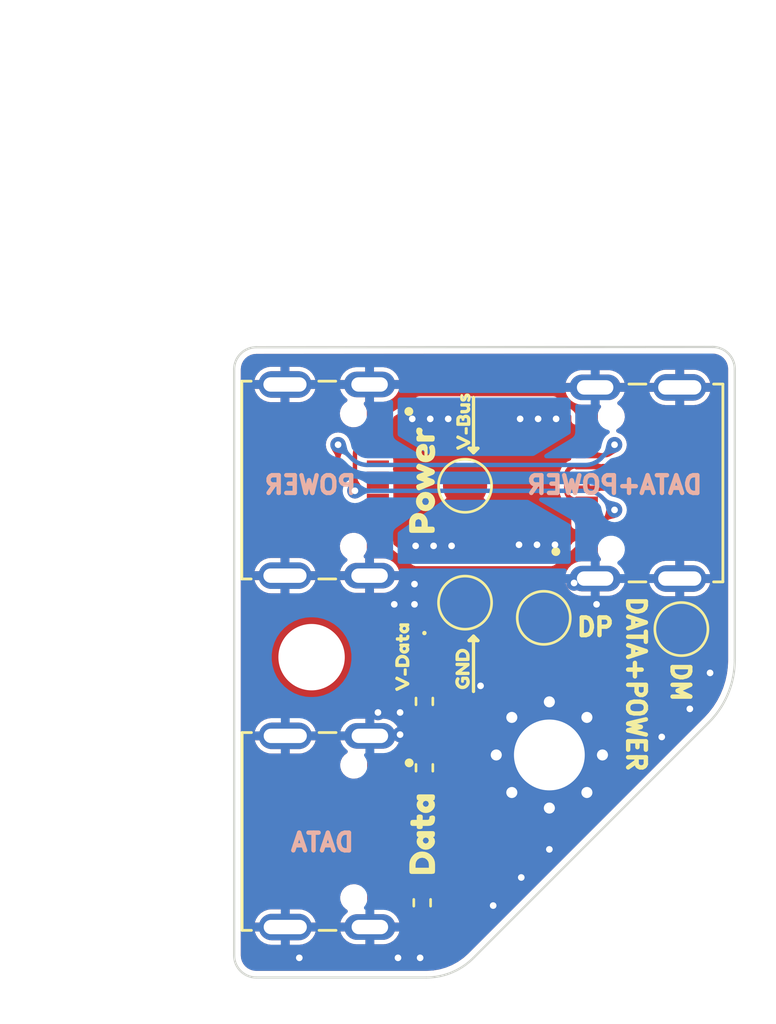
<source format=kicad_pcb>
(kicad_pcb (version 20221018) (generator pcbnew)
  (title_block (title "PD Buddy SMD") (date "2022-10-12") (rev "V0.1") (comment 4 "AISLER Project ID: BLITULCN"))
  (layers (0 "F.Cu" signal) (31 "B.Cu" signal) (34 "B.Paste" user) (35 "F.Paste" user) (36 "B.SilkS" user "B.Silkscreen") (37 "F.SilkS" user "F.Silkscreen") (38 "B.Mask" user) (39 "F.Mask" user) (44 "Edge.Cuts" user))
  (net 0 "")
  (net 1 "GND")
  (net 2 "Net-(D1-A)")
  (net 4 "VBUS")
  (net 11 "/D+")
  (net 12 "/D-")
  (net 13 "/CC1P")
  (net 14 "/CC2P")
  (net 15 "/CC1D")
  (net 16 "/CC2D")
  (net 18 "Net-(R3-Pad1)")
  (footprint "Resistor_SMD:R_0402_1005Metric" (layer "F.Cu") (at 165.1 91 90)
    (fp_text reference "R1" hide)
    (fp_text value "5.1k")
    (fp_line (start -0.153641 -0.38) (end 0.153641 -0.38) (stroke (width 0.12)) (layer "F.SilkS"))
    (fp_line (start -0.153641 0.38) (end 0.153641 0.38) (stroke (width 0.12)) (layer "F.SilkS"))
    (pad "1" smd roundrect (at -0.51 0 90) (size 0.54 0.64) (layers "F.Cu" "F.Paste" "F.Mask") (net 15 "/CC1D"))
    (pad "2" smd roundrect (at 0.51 0 90) (size 0.54 0.64) (layers "F.Cu" "F.Paste" "F.Mask") (net 1 "GND"))
  )
  (footprint "Resistor_SMD:R_0402_1005Metric" (layer "F.Cu") (at 165 97.1 90)
    (fp_text reference "R2" hide)
    (fp_text value "5.1k")
    (fp_line (start -0.153641 -0.38) (end 0.153641 -0.38) (stroke (width 0.12)) (layer "F.SilkS"))
    (fp_line (start -0.153641 0.38) (end 0.153641 0.38) (stroke (width 0.12)) (layer "F.SilkS"))
    (pad "1" smd roundrect (at -0.51 0 90) (size 0.54 0.64) (layers "F.Cu" "F.Paste" "F.Mask") (net 1 "GND"))
    (pad "2" smd roundrect (at 0.51 0 90) (size 0.54 0.64) (layers "F.Cu" "F.Paste" "F.Mask") (net 16 "/CC2D"))
  )
  (footprint "kibuzzard-63322190" (layer "F.Cu") (at 165 78 90)
    (fp_text reference "kibuzzard-63322190" hide)
    (fp_text value "G***" hide)
    (fp_poly (pts (xy 2.263775 0.022225) (xy 2.209006 0.009525) (xy 2.13995 -0.003175) (xy 2.059781 0.026988) (xy 2.022475 0.100013) (xy 2.022475 0.433388) (xy 2.020094 0.488156) (xy 2.005012 0.530225) (xy 1.96215 0.561181) (xy 1.881188 0.5715) (xy 1.77165 0.544513) (xy 1.743075 0.47625) (xy 1.743075 0.430213) (xy 1.743075 -0.127) (xy 1.745456 -0.181769) (xy 1.75895 -0.22225) (xy 1.801019 -0.254397) (xy 1.882775 -0.265113) (xy 1.960166 -0.255984) (xy 2.001838 -0.2286) (xy 2.0193 -0.176213) (xy 2.042319 -0.2032) (xy 2.106613 -0.246063) (xy 2.193131 -0.27305) (xy 2.255838 -0.269081) (xy 2.3114 -0.255588) (xy 2.361406 -0.223044) (xy 2.38125 -0.149225) (xy 2.351088 -0.0381) (xy 2.263775 0.022225)) (fill solid) (layer "F.SilkS"))
    (fp_poly (pts (xy -1.628775 0.149225) (xy -1.806575 -0.065088) (xy -1.760538 -0.169863) (xy -1.806575 -0.275431) (xy -1.901825 -0.31115) (xy -2.100263 -0.31115) (xy -2.100263 -0.030163) (xy -1.900238 -0.030163) (xy -1.806575 -0.065088) (xy -1.628775 0.149225) (xy -1.717675 0.205669) (xy -1.808692 0.239536) (xy -1.901825 0.250825) (xy -2.100263 0.250825) (xy -2.100263 0.430213) (xy -2.102644 0.484981) (xy -2.117725 0.52705) (xy -2.159794 0.559197) (xy -2.24155 0.569913) (xy -2.329656 0.555228) (xy -2.371725 0.511175) (xy -2.38125 0.428625) (xy -2.38125 -0.452438) (xy -2.378869 -0.507206) (xy -2.363788 -0.549275) (xy -2.321719 -0.581422) (xy -2.239963 -0.592138) (xy -1.900238 -0.592138) (xy -1.807986 -0.580849) (xy -1.717499 -0.546982) (xy -1.628775 -0.490538) (xy -1.569641 -0.432594) (xy -1.522413 -0.357188) (xy -1.491456 -0.268288) (xy -1.481138 -0.169863) (xy -1.491456 -0.071636) (xy -1.522413 0.016669) (xy -1.569641 0.09148) (xy -1.628775 0.149225)) (fill solid) (layer "F.SilkS"))
    (fp_poly (pts (xy -0.528638 0.1524) (xy -0.822722 0.217488) (xy -0.809625 0.149225) (xy -0.821928 0.081359) (xy -0.858838 0.033338) (xy -0.9652 -0.004763) (xy -1.071563 0.034925) (xy -1.108472 0.083939) (xy -1.120775 0.151606) (xy -1.108075 0.219075) (xy -1.069975 0.267494) (xy -0.966788 0.306388) (xy -0.862013 0.2667) (xy -0.822722 0.217488) (xy -0.528638 0.1524) (xy -0.545703 0.27682) (xy -0.5969 0.386556) (xy -0.672505 0.475456) (xy -0.762794 0.537369) (xy -0.862211 0.573683) (xy -0.9652 0.585788) (xy -1.068388 0.572889) (xy -1.1684 0.534194) (xy -1.259086 0.470297) (xy -1.334294 0.381794) (xy -1.384895 0.274439) (xy -1.401763 0.153988) (xy -1.386946 0.034396) (xy -1.342496 -0.070379) (xy -1.268413 -0.160338) (xy -1.175279 -0.229129) (xy -1.073679 -0.270404) (xy -0.963613 -0.284163) (xy -0.853722 -0.270492) (xy -0.752651 -0.229482) (xy -0.6604 -0.161131) (xy -0.587199 -0.071614) (xy -0.543278 0.032897) (xy -0.528638 0.1524)) (fill solid) (layer "F.SilkS"))
    (fp_poly (pts (xy 1.484313 0.244475) (xy 1.304925 0.100013) (xy 1.36525 0.049213) (xy 1.337469 -0.009525) (xy 1.258094 -0.03175) (xy 1.1557 0.010319) (xy 1.1049 0.100013) (xy 1.304925 0.100013) (xy 1.484313 0.244475) (xy 1.108075 0.244475) (xy 1.160463 0.319088) (xy 1.265238 0.34925) (xy 1.347391 0.344488) (xy 1.4097 0.3302) (xy 1.427163 0.32385) (xy 1.490663 0.306388) (xy 1.577975 0.377825) (xy 1.598613 0.45085) (xy 1.577479 0.512663) (xy 1.514078 0.556816) (xy 1.40841 0.583307) (xy 1.260475 0.592138) (xy 1.149548 0.582017) (xy 1.051719 0.551656) (xy 0.970558 0.504627) (xy 0.909638 0.4445) (xy 0.854075 0.355424) (xy 0.820738 0.259644) (xy 0.809625 0.157163) (xy 0.824001 0.03272) (xy 0.867128 -0.073907) (xy 0.939006 -0.162719) (xy 1.032404 -0.229306) (xy 1.14009 -0.269258) (xy 1.262063 -0.282575) (xy 1.365052 -0.272852) (xy 1.453356 -0.243681) (xy 1.526977 -0.195064) (xy 1.585913 -0.127) (xy 1.626394 -0.04068) (xy 1.639888 0.053181) (xy 1.627783 0.138113) (xy 1.591469 0.197644) (xy 1.484313 0.244475)) (fill solid) (layer "F.SilkS"))
    (fp_poly (pts (xy 0.644525 -0.258763) (xy 0.720725 -0.209153) (xy 0.746125 -0.149225) (xy 0.720725 -0.062706) (xy 0.677863 0.041275) (xy 0.503238 0.466725) (xy 0.471488 0.526256) (xy 0.423863 0.56515) (xy 0.363538 0.576263) (xy 0.292894 0.548481) (xy 0.24765 0.492125) (xy 0.23495 0.465138) (xy 0.218899 0.42351) (xy 0.187678 0.34096) (xy 0.141288 0.217488) (xy 0.121642 0.267692) (xy 0.094456 0.342106) (xy 0.054769 0.450056) (xy 0.043656 0.478631) (xy 0.030163 0.504825) (xy 0.004763 0.538163) (xy -0.08255 0.576263) (xy -0.1651 0.548481) (xy -0.20955 0.492125) (xy -0.449263 -0.092075) (xy -0.465138 -0.153988) (xy -0.442516 -0.210741) (xy -0.37465 -0.254) (xy -0.2921 -0.274638) (xy -0.240506 -0.261144) (xy -0.212725 -0.234156) (xy -0.200025 -0.206375) (xy -0.175507 -0.144992) (xy -0.137936 -0.045508) (xy -0.087313 0.092075) (xy 0.00635 -0.1651) (xy 0.041275 -0.220663) (xy 0.134938 -0.2667) (xy 0.216694 -0.2413) (xy 0.263525 -0.1905) (xy 0.276225 -0.163513) (xy 0.32191 -0.036513) (xy 0.353131 0.048154) (xy 0.369888 0.090488) (xy 0.466725 -0.173038) (xy 0.51435 -0.249238) (xy 0.581025 -0.274638) (xy 0.644525 -0.258763)) (fill solid) (layer "F.SilkS"))
  )
  (footprint "PD-Injector:JAE_DX07S016JA1R1500" (layer "F.Cu") (at 161.8965 77.996 -90)
    (fp_text reference "USB-C1" hide)
    (fp_text value "USB_C_Receptacle_USB2.0" hide)
    (fp_line (start -4.47 0.805) (end -4.47 1.57) (stroke (width 0.127)) (layer "F.SilkS"))
    (fp_line (start -4.47 5.05) (end -4.47 4.63) (stroke (width 0.127)) (layer "F.SilkS"))
    (fp_line (start 4.47 0.805) (end 4.47 1.57) (stroke (width 0.127)) (layer "F.SilkS"))
    (fp_line (start 4.47 4.63) (end 4.47 5.05) (stroke (width 0.127)) (layer "F.SilkS"))
    (fp_line (start 4.47 5.05) (end -4.47 5.05) (stroke (width 0.127)) (layer "F.SilkS"))
    (fp_circle (center -3.1 -2.5) (end -3 -2.5) (stroke (width 0.2)) (fill none) (layer "F.SilkS"))
    (pad "" np_thru_hole circle (at -3 0 270) (size 0.63 0.63) (drill 0.63) (layers "*.Cu" "*.Mask"))
    (pad "" np_thru_hole circle (at 3 0 270) (size 0.63 0.63) (drill 0.63) (layers "*.Cu" "*.Mask"))
    (pad "A1" smd rect (at -3.1 -1.1 270) (size 0.52 1) (layers "F.Cu" "F.Paste" "F.Mask") (net 1 "GND"))
    (pad "A1" smd rect (at 3.1 -1.1 270) (size 0.52 1) (layers "F.Cu" "F.Paste" "F.Mask") (net 1 "GND"))
    (pad "A4" smd rect (at -2.35 -1.1 270) (size 0.52 1) (layers "F.Cu" "F.Paste" "F.Mask") (net 4 "VBUS"))
    (pad "A4" smd rect (at 2.35 -1.1 270) (size 0.52 1) (layers "F.Cu" "F.Paste" "F.Mask") (net 4 "VBUS"))
    (pad "A5" smd rect (at -1.75 -1.1 270) (size 0.27 1) (layers "F.Cu" "F.Paste" "F.Mask") (net 13 "/CC1P"))
    (pad "A6" smd rect (at -0.25 -1.1 270) (size 0.27 1) (layers "F.Cu" "F.Paste" "F.Mask"))
    (pad "A7" smd rect (at 0.75 -1.1 270) (size 0.27 1) (layers "F.Cu" "F.Paste" "F.Mask"))
    (pad "A8" smd rect (at 1.75 -1.1 270) (size 0.27 1) (layers "F.Cu" "F.Paste" "F.Mask"))
    (pad "B5" smd rect (at 1.25 -1.1 270) (size 0.27 1) (layers "F.Cu" "F.Paste" "F.Mask") (net 14 "/CC2P"))
    (pad "B6" smd rect (at 0.25 -1.1 270) (size 0.27 1) (layers "F.Cu" "F.Paste" "F.Mask"))
    (pad "B7" smd rect (at -0.75 -1.1 270) (size 0.27 1) (layers "F.Cu" "F.Paste" "F.Mask"))
    (pad "B8" smd rect (at -1.25 -1.1 270) (size 0.27 1) (layers "F.Cu" "F.Paste" "F.Mask"))
    (pad "S1" thru_hole oval (at -4.32 -0.725 270) (size 1.158 2.316) (drill oval 0.65 1.65) (layers "*.Cu" "*.Mask") (net 1 "GND"))
    (pad "S1" thru_hole oval (at -4.32 3.1 270) (size 1.2 2.4) (drill oval 0.65 1.95) (layers "*.Cu" "*.Mask") (net 1 "GND"))
    (pad "S1" smd rect (at -1.4 3.1 270) (size 1 2) (layers "F.Cu" "F.Paste" "F.Mask") (net 1 "GND"))
    (pad "S1" smd rect (at 1.4 3.1 270) (size 1 2) (layers "F.Cu" "F.Paste" "F.Mask") (net 1 "GND"))
    (pad "S1" thru_hole oval (at 4.32 -0.725 270) (size 1.158 2.316) (drill oval 0.65 1.65) (layers "*.Cu" "*.Mask") (net 1 "GND"))
    (pad "S1" thru_hole oval (at 4.32 3.1 270) (size 1.2 2.4) (drill oval 0.65 1.95) (layers "*.Cu" "*.Mask") (net 1 "GND"))
  )
  (footprint "LED_SMD:LED_0402_1005Metric" (layer "F.Cu") (at 165.1 86 -90)
    (fp_text reference "D1" hide)
    (fp_text value "LED")
    (fp_circle (center -1.09 0) (end -1.04 0) (stroke (width 0.1)) (fill none) (layer "F.SilkS"))
    (pad "1" smd roundrect (at -0.485 0 270) (size 0.59 0.64) (layers "F.Cu" "F.Paste" "F.Mask") (net 1 "GND"))
    (pad "2" smd roundrect (at 0.485 0 270) (size 0.59 0.64) (layers "F.Cu" "F.Paste" "F.Mask") (net 2 "Net-(D1-A)"))
  )
  (footprint "Mounting_Holes:MountingHole_3.2mm_M3_Pad_Via" (layer "F.Cu") (at 170.748 90.4196)
    (fp_text reference "MK1")
    (fp_text value "M3")
    (pad "" thru_hole circle (at -2.4 0) (size 0.6 0.6) (drill 0.5) (layers "*.Cu" "*.Mask"))
    (pad "" thru_hole circle (at -1.697056 -1.697056) (size 0.6 0.6) (drill 0.5) (layers "*.Cu" "*.Mask"))
    (pad "" thru_hole circle (at -1.697056 1.697056) (size 0.6 0.6) (drill 0.5) (layers "*.Cu" "*.Mask"))
    (pad "" thru_hole circle (at 0 -2.4) (size 0.6 0.6) (drill 0.5) (layers "*.Cu" "*.Mask"))
    (pad "" thru_hole circle (at 0 2.4) (size 0.6 0.6) (drill 0.5) (layers "*.Cu" "*.Mask"))
    (pad "" thru_hole circle (at 1.697056 -1.697056) (size 0.6 0.6) (drill 0.5) (layers "*.Cu" "*.Mask"))
    (pad "" thru_hole circle (at 1.697056 1.697056) (size 0.6 0.6) (drill 0.5) (layers "*.Cu" "*.Mask"))
    (pad "" thru_hole circle (at 2.4 0) (size 0.6 0.6) (drill 0.5) (layers "*.Cu" "*.Mask"))
    (pad "1" thru_hole circle (at 0 0) (size 6.4 6.4) (drill 3.2) (layers "*.Cu" "*.Mask") (net 1 "GND"))
  )
  (footprint "TestPoint:TestPoint_Pad_D2.0mm" (layer "F.Cu") (at 166.938 78.253)
    (fp_text reference "TP1" hide)
    (fp_text value "TestPoint")
    (fp_circle (center 0 0) (end 0 1.2) (stroke (width 0.12)) (fill none) (layer "F.SilkS"))
    (pad "1" smd circle (at 0 0) (size 2 2) (layers "F.Cu" "F.Mask") (net 4 "VBUS"))
  )
  (footprint "kibuzzard-6334B7AE" (layer "F.Cu") (at 164.1 86 90)
    (fp_text reference "kibuzzard-6334B7AE" hide)
    (fp_text value "G***" hide)
    (fp_poly (pts (xy -0.567531 0.201255) (xy -0.775335 0.201255) (xy -0.814407 0.193834) (xy -0.833834 0.171569) (xy -0.8382 0.131405) (xy -0.832961 0.092115) (xy -0.816372 0.07116) (xy -0.774462 0.063302) (xy -0.566658 0.063302) (xy -0.527804 0.070505) (xy -0.509032 0.092115) (xy -0.503793 0.132278) (xy -0.508595 0.172006) (xy -0.523875 0.193397) (xy -0.567531 0.201255)) (fill solid) (layer "F.SilkS"))
    (fp_poly (pts (xy -0.924639 -0.307777) (xy -0.886004 -0.281146) (xy -0.873125 -0.251897) (xy -0.886222 -0.209987) (xy -1.127204 0.278963) (xy -1.156454 0.309959) (xy -1.197054 0.321747) (xy -1.205786 0.321747) (xy -1.247259 0.309959) (xy -1.276509 0.278963) (xy -1.517491 -0.209987) (xy -1.530588 -0.251897) (xy -1.51771 -0.281146) (xy -1.479074 -0.307777) (xy -1.434981 -0.32262) (xy -1.411843 -0.319127) (xy -1.397 -0.306903) (xy -1.382593 -0.283766) (xy -1.370915 -0.259318) (xy -1.348978 -0.211296) (xy -1.320929 -0.149632) (xy -1.290915 -0.084257) (xy -1.260793 -0.018881) (xy -1.232416 0.042783) (xy -1.210915 0.089386) (xy -1.20142 0.109577) (xy -1.026795 -0.272852) (xy -1.014571 -0.299045) (xy -0.976154 -0.32262) (xy -0.924639 -0.307777)) (fill solid) (layer "F.SilkS"))
    (fp_poly (pts (xy -0.369332 -0.318254) (xy -0.208677 -0.162838) (xy -0.292497 -0.162838) (xy -0.292497 0.167203) (xy -0.207804 0.167203) (xy -0.147995 0.155525) (xy -0.094298 0.120491) (xy -0.056317 0.067776) (xy -0.043656 0.003056) (xy -0.055989 -0.061883) (xy -0.092988 -0.115253) (xy -0.146576 -0.150941) (xy -0.208677 -0.162838) (xy -0.369332 -0.318254) (xy -0.207804 -0.317381) (xy -0.146412 -0.311678) (xy -0.08884 -0.294571) (xy -0.035089 -0.266058) (xy 0.014843 -0.226139) (xy 0.056862 -0.177899) (xy 0.086876 -0.12442) (xy 0.104884 -0.065703) (xy 0.110887 -0.001746) (xy 0.105021 0.062456) (xy 0.087422 0.12191) (xy 0.05809 0.176617) (xy 0.017026 0.226576) (xy -0.032387 0.268213) (xy -0.086767 0.297954) (xy -0.146112 0.315798) (xy -0.210423 0.321747) (xy -0.370205 0.321747) (xy -0.413425 0.31629) (xy -0.436563 0.299918) (xy -0.44704 0.244038) (xy -0.44704 -0.241419) (xy -0.44573 -0.271978) (xy -0.437436 -0.29468) (xy -0.414298 -0.31236) (xy -0.369332 -0.318254)) (fill solid) (layer "F.SilkS"))
    (fp_poly (pts (xy 0.466249 -0.088622) (xy 0.384612 0.01528) (xy 0.328732 0.039727) (xy 0.30734 0.092988) (xy 0.330041 0.144939) (xy 0.385048 0.168077) (xy 0.438745 0.144502) (xy 0.460137 0.092551) (xy 0.439618 0.039727) (xy 0.384612 0.01528) (xy 0.466249 -0.088622) (xy 0.486112 -0.125293) (xy 0.535226 -0.137517) (xy 0.585867 -0.132278) (xy 0.609005 -0.113943) (xy 0.616863 -0.090805) (xy 0.618173 -0.060682) (xy 0.618173 0.244912) (xy 0.616863 0.275034) (xy 0.609441 0.298172) (xy 0.588377 0.315198) (xy 0.549632 0.320873) (xy 0.485894 0.309086) (xy 0.467122 0.274598) (xy 0.424011 0.309305) (xy 0.359291 0.320873) (xy 0.310153 0.313209) (xy 0.263441 0.290217) (xy 0.219154 0.251897) (xy 0.183259 0.203438) (xy 0.161722 0.150032) (xy 0.154543 0.091678) (xy 0.161771 0.033373) (xy 0.183453 -0.019888) (xy 0.219591 -0.068104) (xy 0.264363 -0.106182) (xy 0.311948 -0.129028) (xy 0.362347 -0.136644) (xy 0.416481 -0.126167) (xy 0.450533 -0.106521) (xy 0.466249 -0.088622)) (fill solid) (layer "F.SilkS"))
    (fp_poly (pts (xy 1.378664 -0.088622) (xy 1.297027 0.01528) (xy 1.241147 0.039727) (xy 1.219756 0.092988) (xy 1.242457 0.144939) (xy 1.297464 0.168077) (xy 1.351161 0.144502) (xy 1.372553 0.092551) (xy 1.352034 0.039727) (xy 1.297027 0.01528) (xy 1.378664 -0.088622) (xy 1.398528 -0.125293) (xy 1.447641 -0.137517) (xy 1.498283 -0.132278) (xy 1.52142 -0.113943) (xy 1.529278 -0.090805) (xy 1.530588 -0.060682) (xy 1.530588 0.244912) (xy 1.529278 0.275034) (xy 1.521857 0.298172) (xy 1.500793 0.315198) (xy 1.462048 0.320873) (xy 1.39831 0.309086) (xy 1.379538 0.274598) (xy 1.336427 0.309305) (xy 1.271707 0.320873) (xy 1.222569 0.313209) (xy 1.175857 0.290217) (xy 1.13157 0.251897) (xy 1.095675 0.203438) (xy 1.074138 0.150032) (xy 1.066959 0.091678) (xy 1.074186 0.033373) (xy 1.095869 -0.019888) (xy 1.132007 -0.068104) (xy 1.176778 -0.106182) (xy 1.224364 -0.129028) (xy 1.274763 -0.136644) (xy 1.328896 -0.126167) (xy 1.362948 -0.106521) (xy 1.378664 -0.088622)) (fill solid) (layer "F.SilkS"))
    (fp_poly (pts (xy 0.955199 0.017026) (xy 0.898446 0.013533) (xy 0.898446 0.134025) (xy 0.905867 0.168077) (xy 0.933807 0.178554) (xy 0.96524 0.179864) (xy 0.988378 0.188158) (xy 1.008459 0.246658) (xy 1.002348 0.290969) (xy 0.984012 0.313888) (xy 0.960874 0.32131) (xy 0.931624 0.32262) (xy 0.875938 0.31806) (xy 0.829954 0.304381) (xy 0.793671 0.281583) (xy 0.767477 0.247919) (xy 0.751761 0.201643) (xy 0.746522 0.142756) (xy 0.746522 0.013533) (xy 0.710724 0.016153) (xy 0.678855 0.00131) (xy 0.666194 -0.049332) (xy 0.67056 -0.101283) (xy 0.682784 -0.12442) (xy 0.717709 -0.135771) (xy 0.746522 -0.132278) (xy 0.746522 -0.22221) (xy 0.747832 -0.251897) (xy 0.756126 -0.272852) (xy 0.778609 -0.289223) (xy 0.823357 -0.29468) (xy 0.870724 -0.286603) (xy 0.89408 -0.262374) (xy 0.898446 -0.217845) (xy 0.898446 -0.132278) (xy 0.956508 -0.135771) (xy 0.986195 -0.134461) (xy 1.009333 -0.126167) (xy 1.026358 -0.103684) (xy 1.032034 -0.058936) (xy 1.02614 -0.014625) (xy 1.008459 0.008295) (xy 0.985322 0.015716) (xy 0.955199 0.017026)) (fill solid) (layer "F.SilkS"))
  )
  (footprint "kibuzzard-6334B838" (layer "F.Cu") (at 166.8618 75.3574 90)
    (fp_text reference "kibuzzard-6334B838" hide)
    (fp_text value "G***" hide)
    (fp_poly (pts (xy -0.310396 0.197326) (xy -0.5182 0.197326) (xy -0.557272 0.189905) (xy -0.576699 0.16764) (xy -0.581065 0.127476) (xy -0.575826 0.088186) (xy -0.559237 0.067231) (xy -0.517327 0.059373) (xy -0.309523 0.059373) (xy -0.270669 0.066576) (xy -0.251897 0.088186) (xy -0.246658 0.128349) (xy -0.25146 0.168077) (xy -0.26674 0.189468) (xy -0.310396 0.197326)) (fill solid) (layer "F.SilkS"))
    (fp_poly (pts (xy -0.667504 -0.311706) (xy -0.628868 -0.285075) (xy -0.61599 -0.255826) (xy -0.629087 -0.213916) (xy -0.870069 0.275034) (xy -0.899319 0.30603) (xy -0.939919 0.317818) (xy -0.94865 0.317818) (xy -0.990124 0.30603) (xy -1.019373 0.275034) (xy -1.260356 -0.213916) (xy -1.273453 -0.255826) (xy -1.260574 -0.285075) (xy -1.221938 -0.311706) (xy -1.177846 -0.326549) (xy -1.154708 -0.323056) (xy -1.139865 -0.310833) (xy -1.125458 -0.287695) (xy -1.11378 -0.263247) (xy -1.091843 -0.215225) (xy -1.063794 -0.153561) (xy -1.03378 -0.088186) (xy -1.003657 -0.02281) (xy -0.975281 0.038854) (xy -0.95378 0.085457) (xy -0.944285 0.105648) (xy -0.76966 -0.276781) (xy -0.757436 -0.302974) (xy -0.719018 -0.326549) (xy -0.667504 -0.311706)) (fill solid) (layer "F.SilkS"))
    (fp_poly (pts (xy 0.578445 0.316944) (xy 0.523002 0.309523) (xy 0.474252 0.287258) (xy 0.432197 0.25015) (xy 0.39994 0.202371) (xy 0.380585 0.148092) (xy 0.374134 0.087313) (xy 0.374134 -0.065484) (xy 0.375444 -0.096044) (xy 0.382865 -0.118745) (xy 0.406003 -0.136426) (xy 0.450969 -0.142319) (xy 0.499428 -0.134025) (xy 0.522565 -0.109141) (xy 0.527804 -0.064611) (xy 0.527804 0.088186) (xy 0.548323 0.144066) (xy 0.603329 0.164148) (xy 0.659209 0.143193) (xy 0.680601 0.088186) (xy 0.680601 -0.066358) (xy 0.681911 -0.09648) (xy 0.690205 -0.119618) (xy 0.712688 -0.136644) (xy 0.757436 -0.142319) (xy 0.801747 -0.136426) (xy 0.824667 -0.118745) (xy 0.832088 -0.095607) (xy 0.833398 -0.065484) (xy 0.833398 0.243602) (xy 0.832088 0.272852) (xy 0.823793 0.295116) (xy 0.800437 0.312142) (xy 0.756563 0.317818) (xy 0.713561 0.312579) (xy 0.691078 0.296863) (xy 0.682347 0.261064) (xy 0.666631 0.278527) (xy 0.643057 0.297736) (xy 0.578445 0.316944)) (fill solid) (layer "F.SilkS"))
    (fp_poly (pts (xy 0.90674 0.277654) (xy 0.890151 0.244475) (xy 0.898446 0.21588) (xy 0.92333 0.175498) (xy 0.954326 0.160655) (xy 1.012388 0.182047) (xy 1.078746 0.203438) (xy 1.118691 0.198199) (xy 1.132007 0.182483) (xy 1.117382 0.168077) (xy 1.073507 0.158036) (xy 1.018719 0.143847) (xy 0.964367 0.116999) (xy 0.922457 0.067667) (xy 0.910015 0.030887) (xy 0.905867 -0.012224) (xy 0.913446 -0.061887) (xy 0.936182 -0.100514) (xy 0.974076 -0.128105) (xy 1.027127 -0.144659) (xy 1.095335 -0.150178) (xy 1.1582 -0.142756) (xy 1.222812 -0.120491) (xy 1.253371 -0.085566) (xy 1.234162 -0.034052) (xy 1.194872 -0.003493) (xy 1.156018 -0.016589) (xy 1.094462 -0.029686) (xy 1.042948 -0.010478) (xy 1.057791 0.011132) (xy 1.10232 0.023574) (xy 1.159073 0.034925) (xy 1.21408 0.056753) (xy 1.256427 0.0991) (xy 1.269196 0.133042) (xy 1.273453 0.174625) (xy 1.269196 0.216644) (xy 1.256427 0.251897) (xy 1.208842 0.299482) (xy 1.168435 0.314519) (xy 1.121723 0.323541) (xy 1.068705 0.326549) (xy 1.013262 0.321116) (xy 0.959273 0.304818) (xy 0.90674 0.277654)) (fill solid) (layer "F.SilkS"))
    (fp_poly (pts (xy 0.265867 -0.024448) (xy 0.162838 0.103902) (xy 0.158036 0.070723) (xy 0.141883 0.053261) (xy 0.092988 0.046276) (xy 0.045839 0.034052) (xy 0.030123 -0.016153) (xy 0.046276 -0.066358) (xy 0.099973 -0.078581) (xy 0.141883 -0.096917) (xy 0.144502 -0.128349) (xy 0.130096 -0.158909) (xy 0.086876 -0.16764) (xy -0.035362 -0.16764) (xy -0.035362 0.163274) (xy 0.107831 0.163274) (xy 0.149086 0.148431) (xy 0.162838 0.103902) (xy 0.265867 -0.024448) (xy 0.294486 0.017948) (xy 0.311657 0.063641) (xy 0.317381 0.112633) (xy 0.309959 0.167689) (xy 0.290023 0.216438) (xy 0.257572 0.258882) (xy 0.216098 0.291624) (xy 0.169095 0.311269) (xy 0.116562 0.317818) (xy -0.11307 0.317818) (xy -0.161528 0.309523) (xy -0.184666 0.284639) (xy -0.189905 0.239236) (xy -0.189905 -0.245348) (xy -0.188595 -0.275908) (xy -0.1803 -0.298609) (xy -0.157163 -0.31629) (xy -0.112197 -0.322183) (xy 0.107831 -0.322183) (xy 0.158472 -0.315974) (xy 0.203293 -0.297348) (xy 0.242292 -0.266303) (xy 0.273822 -0.225945) (xy 0.292739 -0.180543) (xy 0.299045 -0.130096) (xy 0.290751 -0.07487) (xy 0.265867 -0.024448)) (fill solid) (layer "F.SilkS"))
  )
  (footprint "kibuzzard-63322175" (layer "F.Cu") (at 165 94 90)
    (fp_text reference "kibuzzard-63322175" hide)
    (fp_text value "G***" hide)
    (fp_poly (pts (xy -1.656556 -0.582613) (xy -1.364456 -0.300038) (xy -1.516856 -0.300038) (xy -1.516856 0.300038) (xy -1.362869 0.300038) (xy -1.254125 0.278805) (xy -1.156494 0.215106) (xy -1.087438 0.119261) (xy -1.064419 0.001588) (xy -1.086842 -0.116483) (xy -1.154113 -0.213519) (xy -1.251545 -0.278408) (xy -1.364456 -0.300038) (xy -1.656556 -0.582613) (xy -1.362869 -0.581025) (xy -1.251248 -0.570657) (xy -1.146572 -0.539552) (xy -1.048841 -0.48771) (xy -0.958056 -0.415131) (xy -0.881658 -0.327422) (xy -0.827088 -0.230188) (xy -0.794345 -0.123428) (xy -0.783431 -0.007144) (xy -0.794097 0.109587) (xy -0.826095 0.217686) (xy -0.879425 0.317153) (xy -0.954088 0.407988) (xy -1.04393 0.483691) (xy -1.142802 0.537766) (xy -1.250702 0.57021) (xy -1.367631 0.581025) (xy -1.658144 0.581025) (xy -1.736725 0.571103) (xy -1.778794 0.541338) (xy -1.797844 0.439738) (xy -1.797844 -0.442913) (xy -1.795463 -0.498475) (xy -1.780381 -0.53975) (xy -1.738313 -0.571897) (xy -1.656556 -0.582613)) (fill solid) (layer "F.SilkS"))
    (fp_poly (pts (xy -0.137319 -0.1651) (xy -0.28575 0.023813) (xy -0.38735 0.068263) (xy -0.426244 0.1651) (xy -0.384969 0.259556) (xy -0.284956 0.301625) (xy -0.187325 0.258763) (xy -0.148431 0.164306) (xy -0.185738 0.068263) (xy -0.28575 0.023813) (xy -0.137319 -0.1651) (xy -0.101203 -0.231775) (xy -0.011906 -0.254) (xy 0.080169 -0.244475) (xy 0.122238 -0.211138) (xy 0.136525 -0.169069) (xy 0.138906 -0.1143) (xy 0.138906 0.441325) (xy 0.136525 0.496094) (xy 0.123031 0.538163) (xy 0.084733 0.569119) (xy 0.014288 0.579438) (xy -0.1016 0.558006) (xy -0.135731 0.4953) (xy -0.214114 0.558403) (xy -0.331788 0.579438) (xy -0.421128 0.565503) (xy -0.50606 0.523699) (xy -0.586581 0.454025) (xy -0.651845 0.365919) (xy -0.691003 0.268817) (xy -0.704056 0.162719) (xy -0.690915 0.056709) (xy -0.651492 -0.040128) (xy -0.585788 -0.127794) (xy -0.504384 -0.197026) (xy -0.417865 -0.238566) (xy -0.326231 -0.252412) (xy -0.227806 -0.233363) (xy -0.165894 -0.197644) (xy -0.137319 -0.1651)) (fill solid) (layer "F.SilkS"))
    (fp_poly (pts (xy 1.521619 -0.1651) (xy 1.373188 0.023813) (xy 1.271588 0.068263) (xy 1.232694 0.1651) (xy 1.273969 0.259556) (xy 1.373981 0.301625) (xy 1.471613 0.258763) (xy 1.510506 0.164306) (xy 1.4732 0.068263) (xy 1.373188 0.023813) (xy 1.521619 -0.1651) (xy 1.557734 -0.231775) (xy 1.647031 -0.254) (xy 1.739106 -0.244475) (xy 1.781175 -0.211138) (xy 1.795463 -0.169069) (xy 1.797844 -0.1143) (xy 1.797844 0.441325) (xy 1.795463 0.496094) (xy 1.781969 0.538163) (xy 1.74367 0.569119) (xy 1.673225 0.579438) (xy 1.557338 0.558006) (xy 1.523206 0.4953) (xy 1.444823 0.558403) (xy 1.32715 0.579438) (xy 1.237809 0.565503) (xy 1.152878 0.523699) (xy 1.072356 0.454025) (xy 1.007092 0.365919) (xy 0.967934 0.268817) (xy 0.954881 0.162719) (xy 0.968022 0.056709) (xy 1.007445 -0.040128) (xy 1.07315 -0.127794) (xy 1.154553 -0.197026) (xy 1.241072 -0.238566) (xy 1.332706 -0.252412) (xy 1.431131 -0.233363) (xy 1.493044 -0.197644) (xy 1.521619 -0.1651)) (fill solid) (layer "F.SilkS"))
    (fp_poly (pts (xy 0.751681 0.026988) (xy 0.648494 0.020638) (xy 0.648494 0.239713) (xy 0.661988 0.301625) (xy 0.712788 0.320675) (xy 0.769938 0.323056) (xy 0.812006 0.338138) (xy 0.848519 0.4445) (xy 0.837406 0.525066) (xy 0.804069 0.566738) (xy 0.762 0.580231) (xy 0.708819 0.582613) (xy 0.607572 0.574322) (xy 0.523963 0.549451) (xy 0.457994 0.508) (xy 0.410369 0.446793) (xy 0.381794 0.362656) (xy 0.372269 0.255588) (xy 0.372269 0.020638) (xy 0.307181 0.0254) (xy 0.249238 -0.001588) (xy 0.226219 -0.093663) (xy 0.234156 -0.188119) (xy 0.256381 -0.230188) (xy 0.319881 -0.250825) (xy 0.372269 -0.244475) (xy 0.372269 -0.407988) (xy 0.37465 -0.461963) (xy 0.389731 -0.500062) (xy 0.430609 -0.529828) (xy 0.511969 -0.53975) (xy 0.598091 -0.525066) (xy 0.640556 -0.481013) (xy 0.648494 -0.40005) (xy 0.648494 -0.244475) (xy 0.754063 -0.250825) (xy 0.808038 -0.248444) (xy 0.850106 -0.233363) (xy 0.881063 -0.192484) (xy 0.891381 -0.111125) (xy 0.880666 -0.030559) (xy 0.848519 0.011113) (xy 0.80645 0.024606) (xy 0.751681 0.026988)) (fill solid) (layer "F.SilkS"))
  )
  (footprint "TestPoint:TestPoint_Pad_D2.0mm" (layer "F.Cu") (at 166.938 83.5362)
    (fp_text reference "TP2" hide)
    (fp_text value "TestPoint")
    (fp_circle (center 0 0) (end 0 1.2) (stroke (width 0.12)) (fill none) (layer "F.SilkS"))
    (pad "1" smd circle (at 0 0) (size 2 2) (layers "F.Cu" "F.Mask") (net 1 "GND"))
  )
  (footprint "kibuzzard-6334B904" (layer "F.Cu") (at 166.8222 86.5334 90)
    (fp_text reference "kibuzzard-6334B904" hide)
    (fp_text value "G***" hide)
    (fp_poly (pts (xy 0.431324 -0.319564) (xy 0.591979 -0.164148) (xy 0.508159 -0.164148) (xy 0.508159 0.165894) (xy 0.592852 0.165894) (xy 0.652661 0.154216) (xy 0.706358 0.119182) (xy 0.744339 0.066467) (xy 0.756999 0.001746) (xy 0.744666 -0.063192) (xy 0.707668 -0.116562) (xy 0.65408 -0.152251) (xy 0.591979 -0.164148) (xy 0.431324 -0.319564) (xy 0.592852 -0.318691) (xy 0.654243 -0.312988) (xy 0.711815 -0.29588) (xy 0.765567 -0.267367) (xy 0.815499 -0.227449) (xy 0.857518 -0.179209) (xy 0.887532 -0.12573) (xy 0.90554 -0.067012) (xy 0.911543 -0.003056) (xy 0.905676 0.061146) (xy 0.888077 0.1206) (xy 0.858746 0.175307) (xy 0.817682 0.225266) (xy 0.768268 0.266903) (xy 0.713889 0.296644) (xy 0.654544 0.314489) (xy 0.590233 0.320437) (xy 0.430451 0.320437) (xy 0.387231 0.31498) (xy 0.364093 0.298609) (xy 0.353616 0.242729) (xy 0.353616 -0.242729) (xy 0.354925 -0.273288) (xy 0.36322 -0.295989) (xy 0.386358 -0.31367) (xy 0.431324 -0.319564)) (fill solid) (layer "F.SilkS"))
    (fp_poly (pts (xy 0.278527 -0.284639) (xy 0.283766 -0.240109) (xy 0.283766 0.244475) (xy 0.282456 0.275034) (xy 0.274161 0.297736) (xy 0.251023 0.315416) (xy 0.206058 0.32131) (xy 0.158909 0.316071) (xy 0.137081 0.299482) (xy 0.075331 0.217214) (xy 0.021052 0.145036) (xy -0.025757 0.082947) (xy -0.065096 0.030947) (xy -0.096965 -0.010963) (xy -0.121364 -0.042783) (xy -0.121364 0.244475) (xy -0.122674 0.275034) (xy -0.130969 0.297736) (xy -0.154107 0.315416) (xy -0.199073 0.32131) (xy -0.242729 0.315416) (xy -0.26543 0.297736) (xy -0.273725 0.274161) (xy -0.275034 0.243602) (xy -0.275034 -0.243602) (xy -0.26674 -0.29206) (xy -0.241856 -0.312579) (xy -0.199073 -0.317818) (xy -0.157599 -0.313015) (xy -0.136208 -0.302101) (xy -0.116126 -0.2794) (xy -0.058111 -0.2006) (xy -0.006888 -0.13126) (xy 0.037544 -0.071378) (xy 0.075186 -0.020955) (xy 0.106036 0.020009) (xy 0.130096 0.051514) (xy 0.130096 -0.243602) (xy 0.13839 -0.29206) (xy 0.163274 -0.312579) (xy 0.204748 -0.317818) (xy 0.244912 -0.313452) (xy 0.267613 -0.302974) (xy 0.278527 -0.284639)) (fill solid) (layer "F.SilkS"))
    (fp_poly (pts (xy -0.564912 -0.064611) (xy -0.411242 -0.064611) (xy -0.353616 -0.040164) (xy -0.344884 0.008731) (xy -0.344884 0.200819) (xy -0.369332 0.254079) (xy -0.410587 0.287313) (xy -0.46101 0.311051) (xy -0.520601 0.325294) (xy -0.589359 0.330041) (xy -0.652279 0.323902) (xy -0.710942 0.305485) (xy -0.765349 0.274789) (xy -0.815499 0.231815) (xy -0.857518 0.180164) (xy -0.887532 0.123438) (xy -0.90554 0.061637) (xy -0.911543 -0.005239) (xy -0.905431 -0.071787) (xy -0.887095 -0.132606) (xy -0.856536 -0.187695) (xy -0.813753 -0.237053) (xy -0.762675 -0.277736) (xy -0.707231 -0.306794) (xy -0.647422 -0.32423) (xy -0.583248 -0.330041) (xy -0.515823 -0.322474) (xy -0.450921 -0.299773) (xy -0.388541 -0.261938) (xy -0.364966 -0.223083) (xy -0.385048 -0.173752) (xy -0.417572 -0.139045) (xy -0.44704 -0.127476) (xy -0.500301 -0.151487) (xy -0.540464 -0.169495) (xy -0.587613 -0.175498) (xy -0.65026 -0.16382) (xy -0.705485 -0.128786) (xy -0.744121 -0.07487) (xy -0.756999 -0.006548) (xy -0.751179 0.041279) (xy -0.733716 0.084063) (xy -0.704612 0.121801) (xy -0.648732 0.161419) (xy -0.585867 0.174625) (xy -0.540246 0.170696) (xy -0.499428 0.158909) (xy -0.499428 0.063738) (xy -0.568404 0.063738) (xy -0.606822 0.056753) (xy -0.621665 0.036235) (xy -0.625158 -0.000437) (xy -0.621228 -0.037544) (xy -0.606822 -0.056753) (xy -0.564912 -0.064611)) (fill solid) (layer "F.SilkS"))
  )
  (footprint "TestPoint:TestPoint_Pad_D2.0mm" (layer "F.Cu") (at 176.717 84.731)
    (fp_text reference "TP2" hide)
    (fp_text value "TestPoint" hide)
    (fp_circle (center 0 0) (end 0 1.2) (stroke (width 0.12)) (fill none) (layer "F.SilkS"))
    (pad "1" smd circle (at 0 0) (size 2 2) (layers "F.Cu" "F.Mask") (net 12 "/D-"))
  )
  (footprint "TestPoint:TestPoint_Pad_D2.0mm" (layer "F.Cu") (at 170.495 84.222)
    (fp_text reference "TP2" hide)
    (fp_text value "TestPoint" hide)
    (fp_circle (center 0 0) (end 0 1.2) (stroke (width 0.12)) (fill none) (layer "F.SilkS"))
    (pad "1" smd circle (at 0 0) (size 2 2) (layers "F.Cu" "F.Mask") (net 11 "/D+"))
  )
  (footprint "Resistor_SMD:R_0402_1005Metric" (layer "F.Cu") (at 165.1 88 90)
    (fp_text reference "R3" hide)
    (fp_text value "5.1k")
    (fp_line (start -0.153641 -0.38) (end 0.153641 -0.38) (stroke (width 0.12)) (layer "F.SilkS"))
    (fp_line (start -0.153641 0.38) (end 0.153641 0.38) (stroke (width 0.12)) (layer "F.SilkS"))
    (pad "1" smd roundrect (at -0.51 0 90) (size 0.54 0.64) (layers "F.Cu" "F.Paste" "F.Mask") (net 18 "Net-(R3-Pad1)"))
    (pad "2" smd roundrect (at 0.51 0 90) (size 0.54 0.64) (layers "F.Cu" "F.Paste" "F.Mask") (net 2 "Net-(D1-A)"))
  )
  (footprint "PD-Injector:JAE_DX07S016JA1R1500" (layer "F.Cu") (at 173.542 78.128 90)
    (fp_text reference "USB-C3" hide)
    (fp_text value "USB_C_Receptacle_USB2.0" hide)
    (fp_line (start -4.47 0.805) (end -4.47 1.57) (stroke (width 0.127)) (layer "F.SilkS"))
    (fp_line (start -4.47 5.05) (end -4.47 4.63) (stroke (width 0.127)) (layer "F.SilkS"))
    (fp_line (start 4.47 0.805) (end 4.47 1.57) (stroke (width 0.127)) (layer "F.SilkS"))
    (fp_line (start 4.47 4.63) (end 4.47 5.05) (stroke (width 0.127)) (layer "F.SilkS"))
    (fp_line (start 4.47 5.05) (end -4.47 5.05) (stroke (width 0.127)) (layer "F.SilkS"))
    (fp_circle (center -3.1 -2.5) (end -3 -2.5) (stroke (width 0.2)) (fill none) (layer "F.SilkS"))
    (pad "" np_thru_hole circle (at -3 0 90) (size 0.63 0.63) (drill 0.63) (layers "*.Cu" "*.Mask"))
    (pad "" np_thru_hole circle (at 3 0 90) (size 0.63 0.63) (drill 0.63) (layers "*.Cu" "*.Mask"))
    (pad "A1" smd rect (at -3.1 -1.1 90) (size 0.52 1) (layers "F.Cu" "F.Paste" "F.Mask") (net 1 "GND"))
    (pad "A1" smd rect (at 3.1 -1.1 90) (size 0.52 1) (layers "F.Cu" "F.Paste" "F.Mask") (net 1 "GND"))
    (pad "A4" smd rect (at -2.35 -1.1 90) (size 0.52 1) (layers "F.Cu" "F.Paste" "F.Mask") (net 4 "VBUS"))
    (pad "A4" smd rect (at 2.35 -1.1 90) (size 0.52 1) (layers "F.Cu" "F.Paste" "F.Mask") (net 4 "VBUS"))
    (pad "A5" smd rect (at -1.75 -1.1 90) (size 0.27 1) (layers "F.Cu" "F.Paste" "F.Mask") (net 13 "/CC1P"))
    (pad "A6" smd rect (at -0.25 -1.1 90) (size 0.27 1) (layers "F.Cu" "F.Paste" "F.Mask") (net 11 "/D+"))
    (pad "A7" smd rect (at 0.75 -1.1 90) (size 0.27 1) (layers "F.Cu" "F.Paste" "F.Mask") (net 12 "/D-"))
    (pad "A8" smd rect (at 1.75 -1.1 90) (size 0.27 1) (layers "F.Cu" "F.Paste" "F.Mask"))
    (pad "B5" smd rect (at 1.25 -1.1 90) (size 0.27 1) (layers "F.Cu" "F.Paste" "F.Mask") (net 14 "/CC2P"))
    (pad "B6" smd rect (at 0.25 -1.1 90) (size 0.27 1) (layers "F.Cu" "F.Paste" "F.Mask") (net 11 "/D+"))
    (pad "B7" smd rect (at -0.75 -1.1 90) (size 0.27 1) (layers "F.Cu" "F.Paste" "F.Mask") (net 12 "/D-"))
    (pad "B8" smd rect (at -1.25 -1.1 90) (size 0.27 1) (layers "F.Cu" "F.Paste" "F.Mask"))
    (pad "S1" thru_hole oval (at -4.32 -0.725 90) (size 1.158 2.316) (drill oval 0.65 1.65) (layers "*.Cu" "*.Mask") (net 1 "GND"))
    (pad "S1" thru_hole oval (at -4.32 3.1 90) (size 1.2 2.4) (drill oval 0.65 1.95) (layers "*.Cu" "*.Mask") (net 1 "GND"))
    (pad "S1" smd rect (at -1.4 3.1 90) (size 1 2) (layers "F.Cu" "F.Paste" "F.Mask") (net 1 "GND"))
    (pad "S1" smd rect (at 1.4 3.1 90) (size 1 2) (layers "F.Cu" "F.Paste" "F.Mask") (net 1 "GND"))
    (pad "S1" thru_hole oval (at 4.32 -0.725 90) (size 1.158 2.316) (drill oval 0.65 1.65) (layers "*.Cu" "*.Mask") (net 1 "GND"))
    (pad "S1" thru_hole oval (at 4.32 3.1 90) (size 1.2 2.4) (drill oval 0.65 1.95) (layers "*.Cu" "*.Mask") (net 1 "GND"))
  )
  (footprint "Eagle_WA-SMSI (rev21a):WA-SMSI_9774005243" (layer "F.Cu") (at 160 86)
    (fp_text reference "H2" hide)
    (fp_text value "M2x0.5mm SMD Spaccer")
    (pad "" np_thru_hole circle (at 0 0) (size 3 3) (drill 3) (layers "*.Cu" "*.Mask"))
    (pad "1" smd roundrect (at 0 0) (size 5.3 5.3) (layers "F.Cu" "F.Mask") (roundrect_rratio 0.5) (net 1 "GND"))
  )
  (footprint "PD-Injector:JAE_DX07S016JA1R1500" (layer "F.Cu") (at 161.91 93.877 -90)
    (fp_text reference "USB-C2" hide)
    (fp_text value "USB_C_Receptacle_USB2.0" hide)
    (fp_line (start -4.47 0.805) (end -4.47 1.57) (stroke (width 0.127)) (layer "F.SilkS"))
    (fp_line (start -4.47 5.05) (end -4.47 4.63) (stroke (width 0.127)) (layer "F.SilkS"))
    (fp_line (start 4.47 0.805) (end 4.47 1.57) (stroke (width 0.127)) (layer "F.SilkS"))
    (fp_line (start 4.47 4.63) (end 4.47 5.05) (stroke (width 0.127)) (layer "F.SilkS"))
    (fp_line (start 4.47 5.05) (end -4.47 5.05) (stroke (width 0.127)) (layer "F.SilkS"))
    (fp_circle (center -3.1 -2.5) (end -3 -2.5) (stroke (width 0.2)) (fill none) (layer "F.SilkS"))
    (pad "" np_thru_hole circle (at -3 0 270) (size 0.63 0.63) (drill 0.63) (layers "*.Cu" "*.Mask"))
    (pad "" np_thru_hole circle (at 3 0 270) (size 0.63 0.63) (drill 0.63) (layers "*.Cu" "*.Mask"))
    (pad "A1" smd rect (at -3.1 -1.1 270) (size 0.52 1) (layers "F.Cu" "F.Paste" "F.Mask") (net 1 "GND"))
    (pad "A1" smd rect (at 3.1 -1.1 270) (size 0.52 1) (layers "F.Cu" "F.Paste" "F.Mask") (net 1 "GND"))
    (pad "A4" smd rect (at -2.35 -1.1 270) (size 0.52 1) (layers "F.Cu" "F.Paste" "F.Mask") (net 18 "Net-(R3-Pad1)"))
    (pad "A4" smd rect (at 2.35 -1.1 270) (size 0.52 1) (layers "F.Cu" "F.Paste" "F.Mask"))
    (pad "A5" smd rect (at -1.75 -1.1 270) (size 0.27 1) (layers "F.Cu" "F.Paste" "F.Mask") (net 15 "/CC1D"))
    (pad "A6" smd rect (at -0.25 -1.1 270) (size 0.27 1) (layers "F.Cu" "F.Paste" "F.Mask") (net 11 "/D+"))
    (pad "A7" smd rect (at 0.75 -1.1 270) (size 0.27 1) (layers "F.Cu" "F.Paste" "F.Mask") (net 12 "/D-"))
    (pad "A8" smd rect (at 1.75 -1.1 270) (size 0.27 1) (layers "F.Cu" "F.Paste" "F.Mask"))
    (pad "B5" smd rect (at 1.25 -1.1 270) (size 0.27 1) (layers "F.Cu" "F.Paste" "F.Mask") (net 16 "/CC2D"))
    (pad "B6" smd rect (at 0.25 -1.1 270) (size 0.27 1) (layers "F.Cu" "F.Paste" "F.Mask") (net 11 "/D+"))
    (pad "B7" smd rect (at -0.75 -1.1 270) (size 0.27 1) (layers "F.Cu" "F.Paste" "F.Mask") (net 12 "/D-"))
    (pad "B8" smd rect (at -1.25 -1.1 270) (size 0.27 1) (layers "F.Cu" "F.Paste" "F.Mask"))
    (pad "S1" thru_hole oval (at -4.32 -0.725 270) (size 1.158 2.316) (drill oval 0.65 1.65) (layers "*.Cu" "*.Mask") (net 1 "GND"))
    (pad "S1" thru_hole oval (at -4.32 3.1 270) (size 1.2 2.4) (drill oval 0.65 1.95) (layers "*.Cu" "*.Mask") (net 1 "GND"))
    (pad "S1" smd rect (at -1.4 3.1 270) (size 1 2) (layers "F.Cu" "F.Paste" "F.Mask") (net 1 "GND"))
    (pad "S1" smd rect (at 1.4 3.1 270) (size 1 2) (layers "F.Cu" "F.Paste" "F.Mask") (net 1 "GND"))
    (pad "S1" thru_hole oval (at 4.32 -0.725 270) (size 1.158 2.316) (drill oval 0.65 1.65) (layers "*.Cu" "*.Mask") (net 1 "GND"))
    (pad "S1" thru_hole oval (at 4.32 3.1 270) (size 1.2 2.4) (drill oval 0.65 1.95) (layers "*.Cu" "*.Mask") (net 1 "GND"))
  )
  (gr_line (start 167.319 76.7598) (end 167.119 76.5598) (stroke (width 0.15)) (layer "F.SilkS"))
  (gr_line (start 167.319 74.2598) (end 167.319 76.7598) (stroke (width 0.15)) (layer "F.SilkS"))
  (gr_line (start 167.519 85.2506) (end 167.119 85.2506) (stroke (width 0.15)) (layer "F.SilkS"))
  (gr_line (start 167.519 76.5598) (end 167.319 76.7598) (stroke (width 0.15)) (layer "F.SilkS"))
  (gr_line (start 167.319 85.0506) (end 167.519 85.2506) (stroke (width 0.15)) (layer "F.SilkS"))
  (gr_line (start 167.319 87.5506) (end 167.319 85.0506) (stroke (width 0.15)) (layer "F.SilkS"))
  (gr_line (start 167.119 76.5598) (end 167.519 76.5598) (stroke (width 0.15)) (layer "F.SilkS"))
  (gr_line (start 167.119 85.2506) (end 167.319 85.0506) (stroke (width 0.15)) (layer "F.SilkS"))
  (gr_line (start 157.5 100.477682) (end 165.187174 100.477956) (stroke (width 0.1)) (layer "Edge.Cuts"))
  (gr_arc (start 178.129367 71.979833) (mid 178.836883 72.272502) (end 179.13 72.979833) (stroke (width 0.1)) (layer "Edge.Cuts"))
  (gr_line (start 178.129367 71.979833) (end 157.5 71.992893) (stroke (width 0.1)) (layer "Edge.Cuts"))
  (gr_arc (start 167.308749 99.599129) (mid 166.335378 100.249575) (end 165.187174 100.477956) (stroke (width 0.1)) (layer "Edge.Cuts"))
  (gr_arc (start 157.5 100.477682) (mid 156.792896 100.184788) (end 156.500001 99.477682) (stroke (width 0.1)) (layer "Edge.Cuts"))
  (gr_line (start 156.500001 72.992893) (end 156.500001 99.477682) (stroke (width 0.1)) (layer "Edge.Cuts"))
  (gr_line (start 167.308749 99.599129) (end 177.956493 88.949904) (stroke (width 0.1)) (layer "Edge.Cuts"))
  (gr_arc (start 179.13 86.119544) (mid 178.82498 87.651531) (end 177.956493 88.949904) (stroke (width 0.1)) (layer "Edge.Cuts"))
  (gr_line (start 179.13 86.119544) (end 179.13 72.979833) (stroke (width 0.1)) (layer "Edge.Cuts"))
  (gr_arc (start 156.500001 72.992893) (mid 156.792894 72.285787) (end 157.5 71.992893) (stroke (width 0.1)) (layer "Edge.Cuts"))
  (gr_text "POWER" (at 162.112 78.6848) (layer "B.SilkS") (effects (font (size 0.8 0.8) (thickness 0.2) bold) (justify left bottom mirror)))
  (gr_text "DATA" (at 162.0104 94.8392) (layer "B.SilkS") (effects (font (size 0.8 0.8) (thickness 0.2) bold) (justify left bottom mirror)))
  (gr_text "DATA+POWER" (at 177.7584 78.6848) (layer "B.SilkS") (effects (font (size 0.8 0.8) (thickness 0.2) bold) (justify left bottom mirror)))
  (gr_text "DP" (at 171.891 85.111) (layer "F.SilkS") (effects (font (size 0.8 0.8) (thickness 0.2) bold) (justify left bottom)))
  (gr_text "DM" (at 176.209 86.127 270) (layer "F.SilkS") (effects (font (size 0.8 0.8) (thickness 0.2) bold) (justify left bottom)))
  (gr_text "DATA+POWER" (at 174.2024 83.1552 270) (layer "F.SilkS") (effects (font (size 0.8 0.8) (thickness 0.2) bold) (justify left bottom)))
  (via (at 163 88.5) (size 0.7) (drill 0.3) (layers "F.Cu" "B.Cu") (net 1))
  (via (at 164 88.5) (size 0.7) (drill 0.3) (layers "F.Cu" "B.Cu") (net 1))
  (via (at 164.652 82.698) (size 0.7) (drill 0.3) (layers "F.Cu" "B.Cu") (net 1))
  (via (at 163.906 99.589) (size 0.7) (drill 0.3) (layers "F.Cu" "B.Cu") (net 1))
  (via (at 178.0124 86.7112) (size 0.7) (drill 0.3) (layers "F.Cu" "B.Cu") (net 1))
  (via (at 164 89.5) (size 0.7) (drill 0.3) (layers "F.Cu" "B.Cu") (net 1))
  (via (at 172.8816 83.6124) (size 0.7) (drill 0.3) (layers "F.Cu" "B.Cu") (net 1))
  (via (at 171.8656 82.6472) (size 0.7) (drill 0.3) (layers "F.Cu" "B.Cu") (net 1))
  (via (at 168.208 97.2268) (size 0.7) (drill 0.3) (layers "F.Cu" "B.Cu") (net 1))
  (via (at 164.906 99.589) (size 0.7) (drill 0.3) (layers "F.Cu" "B.Cu") (net 1))
  (via (at 167.638046 87.296037) (size 0.7) (drill 0.3) (layers "F.Cu" "B.Cu") (net 1))
  (via (at 170.748 94.6868) (size 0.7) (drill 0.3) (layers "F.Cu" "B.Cu") (net 1))
  (via (at 169.478 95.9568) (size 0.7) (drill 0.3) (layers "F.Cu" "B.Cu") (net 1))
  (via (at 164.652 83.6124) (size 0.7) (drill 0.3) (layers "F.Cu" "B.Cu") (net 1))
  (via (at 159.445 99.589) (size 0.7) (drill 0.3) (layers "F.Cu" "B.Cu") (net 1))
  (via (at 177.098 88.3368) (size 0.7) (drill 0.3) (layers "F.Cu" "B.Cu") (net 1))
  (via (at 163.7376 83.6124) (size 0.7) (drill 0.3) (layers "F.Cu" "B.Cu") (net 1))
  (via (at 175.828 89.6068) (size 0.7) (drill 0.3) (layers "F.Cu" "B.Cu") (net 1))
  (segment (start 165.1 86.485) (end 165.1 87.515) (width 0.2) (layer "F.Cu") (net 2))
  (via (at 166.176 75.2304) (size 0.7) (drill 0.3) (layers "F.Cu" "B.Cu") (net 4))
  (via (at 170.1892 80.92) (size 0.7) (drill 0.3) (layers "F.Cu" "B.Cu") (net 4))
  (via (at 164.7028 80.9708) (size 0.7) (drill 0.3) (layers "F.Cu" "B.Cu") (net 4))
  (via (at 166.3284 80.9708) (size 0.7) (drill 0.3) (layers "F.Cu" "B.Cu") (net 4))
  (via (at 169.4272 75.2304) (size 0.7) (drill 0.3) (layers "F.Cu" "B.Cu") (net 4))
  (via (at 165.5156 80.9708) (size 0.7) (drill 0.3) (layers "F.Cu" "B.Cu") (net 4))
  (via (at 171.0528 75.2304) (size 0.7) (drill 0.3) (layers "F.Cu" "B.Cu") (net 4))
  (via (at 164.5504 75.2304) (size 0.7) (drill 0.3) (layers "F.Cu" "B.Cu") (net 4))
  (via (at 170.24 75.2304) (size 0.7) (drill 0.3) (layers "F.Cu" "B.Cu") (net 4))
  (via (at 165.3632 75.2304) (size 0.7) (drill 0.3) (layers "F.Cu" "B.Cu") (net 4))
  (via (at 169.3764 80.92) (size 0.7) (drill 0.3) (layers "F.Cu" "B.Cu") (net 4))
  (via (at 171.002 80.92) (size 0.7) (drill 0.3) (layers "F.Cu" "B.Cu") (net 4))
  (segment (start 172.84 78.378) (end 173.558 78.378) (width 0.2) (layer "F.Cu") (net 11))
  (segment (start 165.687685 91.993045) (end 164.236466 93.444264) (width 0.2) (layer "F.Cu") (net 11))
  (segment (start 173.158 85.746) (end 170.494 85.746) (width 0.2) (layer "F.Cu") (net 11))
  (segment (start 163.017 93.62) (end 163.01 93.627) (width 0.2) (layer "F.Cu") (net 11))
  (segment (start 163.01 93.627) (end 163.01 94.127) (width 0.2) (layer "F.Cu") (net 11))
  (segment (start 174.558 79.378) (end 174.558 84.346) (width 0.2) (layer "F.Cu") (net 11))
  (segment (start 170.494 85.746) (end 167.322 85.746) (width 0.2) (layer "F.Cu") (net 11))
  (segment (start 165.922 87.146) (end 165.922 91.427359) (width 0.2) (layer "F.Cu") (net 11))
  (segment (start 170.494 85.746) (end 170.494 84.476) (width 0.2) (layer "F.Cu") (net 11))
  (segment (start 172.442 78.378) (end 172.442 77.878) (width 0.2) (layer "F.Cu") (net 11))
  (segment (start 163.812202 93.62) (end 163.017 93.62) (width 0.2) (layer "F.Cu") (net 11))
  (arc (start 163.812202 93.62) (mid 164.041812 93.574328) (end 164.236466 93.444264) (width 0.2) (layer "F.Cu") (net 11))
  (arc (start 165.922 91.427359) (mid 165.861103 91.733506) (end 165.687685 91.993045) (width 0.2) (layer "F.Cu") (net 11))
  (arc (start 174.558 84.346) (mid 174.147949 85.335949) (end 173.158 85.746) (width 0.2) (layer "F.Cu") (net 11))
  (arc (start 167.322 85.746) (mid 166.332051 86.156051) (end 165.922 87.146) (width 0.2) (layer "F.Cu") (net 11))
  (arc (start 173.558 78.378) (mid 174.265107 78.670893) (end 174.558 79.378) (width 0.2) (layer "F.Cu") (net 11))
  (segment (start 173.147 77.378) (end 172.442 77.378) (width 0.2) (layer "F.Cu") (net 12))
  (segment (start 172.442 78.878) (end 171.919685 78.878) (width 0.2) (layer "F.Cu") (net 12))
  (segment (start 171.51 78.468315) (end 171.51 77.783685) (width 0.2) (layer "F.Cu") (net 12))
  (segment (start 166.6 91.077944) (end 166.6 87.25) (width 0.2) (layer "F.Cu") (net 12))
  (segment (start 173.161 77.364) (end 173.147 77.378) (width 0.2) (layer "F.Cu") (net 12))
  (segment (start 171.636842 78.760842) (end 171.627157 78.751157) (width 0.2) (layer "F.Cu") (net 12))
  (segment (start 174.939 84.222) (end 174.939 78.764) (width 0.2) (layer "F.Cu") (net 12))
  (segment (start 170.117 86.254) (end 172.145 86.254) (width 0.2) (layer "F.Cu") (net 12))
  (segment (start 163.548 94.627) (end 166.248528 91.926472) (width 0.2) (layer "F.Cu") (net 12))
  (segment (start 167.6 86.25) (end 170.113 86.25) (width 0.2) (layer "F.Cu") (net 12))
  (segment (start 163.01 94.627) (end 163.548 94.627) (width 0.2) (layer "F.Cu") (net 12))
  (segment (start 172.145 86.254) (end 173.139 86.254) (width 0.2) (layer "F.Cu") (net 12))
  (segment (start 176.209 84.222) (end 176.717 84.73) (width 0.2) (layer "F.Cu") (net 12))
  (segment (start 173.539 77.364) (end 173.161 77.364) (width 0.2) (layer "F.Cu") (net 12))
  (segment (start 162.478 93.127) (end 162.287736 93.317264) (width 0.2) (layer "F.Cu") (net 12))
  (segment (start 171.915685 77.378) (end 172.442 77.378) (width 0.2) (layer "F.Cu") (net 12))
  (segment (start 162.112 93.741528) (end 162.112 94.006472) (width 0.2) (layer "F.Cu") (net 12))
  (segment (start 171.627158 77.500842) (end 171.632843 77.495157) (width 0.2) (layer "F.Cu") (net 12))
  (segment (start 162.287736 94.430736) (end 162.484 94.627) (width 0.2) (layer "F.Cu") (net 12))
  (segment (start 174.939 84.454) (end 174.939 84.222) (width 0.2) (layer "F.Cu") (net 12))
  (segment (start 163.01 93.127) (end 162.478 93.127) (width 0.2) (layer "F.Cu") (net 12))
  (segment (start 162.484 94.627) (end 163.01 94.627) (width 0.2) (layer "F.Cu") (net 12))
  (segment (start 170.113 86.25) (end 170.117 86.254) (width 0.2) (layer "F.Cu") (net 12))
  (arc (start 166.6 87.25) (mid 166.892893 86.542893) (end 167.6 86.25) (width 0.2) (layer "F.Cu") (net 12))
  (arc (start 174.939 78.764) (mid 174.528949 77.774051) (end 173.539 77.364) (width 0.2) (layer "F.Cu") (net 12))
  (arc (start 171.919685 78.878) (mid 171.766611 78.847552) (end 171.636842 78.760842) (width 0.2) (layer "F.Cu") (net 12))
  (arc (start 162.112 93.741528) (mid 162.157672 93.511918) (end 162.287736 93.317264) (width 0.2) (layer "F.Cu") (net 12))
  (arc (start 162.112 94.006472) (mid 162.157672 94.236082) (end 162.287736 94.430736) (width 0.2) (layer "F.Cu") (net 12))
  (arc (start 171.627158 77.500842) (mid 171.540449 77.630611) (end 171.51 77.783685) (width 0.2) (layer "F.Cu") (net 12))
  (arc (start 171.627157 78.751157) (mid 171.540448 78.621388) (end 171.51 78.468315) (width 0.2) (layer "F.Cu") (net 12))
  (arc (start 173.139 86.254) (mid 174.411792 85.726792) (end 174.939 84.454) (width 0.2) (layer "F.Cu") (net 12))
  (arc (start 166.248528 91.926472) (mid 166.508655 91.537164) (end 166.6 91.077944) (width 0.2) (layer "F.Cu") (net 12))
  (arc (start 171.632843 77.495157) (mid 171.762612 77.408448) (end 171.915685 77.378) (width 0.2) (layer "F.Cu") (net 12))
  (segment (start 173.1616 79.878) (end 173.6944 79.3452) (width 0.2) (layer "F.Cu") (net 13))
  (segment (start 162.9965 76.246) (end 162.5596 76.246) (width 0.2) (layer "F.Cu") (net 13))
  (segment (start 172.442 79.878) (end 173.1616 79.878) (width 0.2) (layer "F.Cu") (net 13))
  (segment (start 161.9596 76.846) (end 161.9596 78.4816) (width 0.2) (layer "F.Cu") (net 13))
  (via (at 173.6944 79.3452) (size 0.7) (drill 0.3) (layers "F.Cu" "B.Cu") (net 13))
  (via (at 161.9596 78.4816) (size 0.7) (drill 0.3) (layers "F.Cu" "B.Cu") (net 13))
  (arc (start 162.5596 76.246) (mid 162.135336 76.421736) (end 161.9596 76.846) (width 0.2) (layer "F.Cu") (net 13))
  (segment (start 161.9596 78.4816) (end 172.416586 78.4816) (width 0.2) (layer "B.Cu") (net 13))
  (segment (start 173.123693 78.774493) (end 173.6944 79.3452) (width 0.2) (layer "B.Cu") (net 13))
  (arc (start 172.416586 78.4816) (mid 172.799269 78.55772) (end 173.123693 78.774493) (width 0.2) (layer "B.Cu") (net 13))
  (segment (start 172.442 76.878) (end 173.2152 76.878) (width 0.2) (layer "F.Cu") (net 14))
  (segment (start 162.9965 79.246) (end 161.7976 79.246) (width 0.2) (layer "F.Cu") (net 14))
  (segment (start 173.2152 76.878) (end 173.6944 76.3988) (width 0.2) (layer "F.Cu") (net 14))
  (segment (start 161.1976 78.646) (end 161.1976 78.568129) (width 0.2) (layer "F.Cu") (net 14))
  (segment (start 161.1976 78.568129) (end 161.1976 76.3988) (width 0.2) (layer "F.Cu") (net 14))
  (via (at 173.6944 76.3988) (size 0.7) (drill 0.3) (layers "F.Cu" "B.Cu") (net 14))
  (via (at 161.1976 76.3988) (size 0.7) (drill 0.3) (layers "F.Cu" "B.Cu") (net 14))
  (arc (start 161.7976 79.246) (mid 161.373336 79.070264) (end 161.1976 78.646) (width 0.2) (layer "F.Cu") (net 14))
  (segment (start 162.526214 77.3132) (end 172.365786 77.3132) (width 0.2) (layer "B.Cu") (net 14))
  (segment (start 173.072893 77.020307) (end 173.6944 76.3988) (width 0.2) (layer "B.Cu") (net 14))
  (segment (start 161.1976 76.3988) (end 161.819107 77.020307) (width 0.2) (layer "B.Cu") (net 14))
  (arc (start 172.365786 77.3132) (mid 172.748469 77.23708) (end 173.072893 77.020307) (width 0.2) (layer "B.Cu") (net 14))
  (arc (start 162.526214 77.3132) (mid 162.143531 77.23708) (end 161.819107 77.020307) (width 0.2) (layer "B.Cu") (net 14))
  (segment (start 164.658736 91.951264) (end 165.1 91.51) (width 0.2) (layer "F.Cu") (net 15))
  (segment (start 163.01 92.127) (end 164.234472 92.127) (width 0.2) (layer "F.Cu") (net 15))
  (arc (start 164.234472 92.127) (mid 164.464082 92.081328) (end 164.658736 91.951264) (width 0.2) (layer "F.Cu") (net 15))
  (segment (start 164.9 96.515) (end 163.512 95.127) (width 0.2) (layer "F.Cu") (net 16))
  (segment (start 163.512 95.127) (end 163.01 95.127) (width 0.2) (layer "F.Cu") (net 16))
  (segment (start 164.48 90.144264) (end 164.48 91.095736) (width 0.2) (layer "F.Cu") (net 18))
  (segment (start 164.85 89.65) (end 165.012132 89.487868) (width 0.2) (layer "F.Cu") (net 18))
  (segment (start 164.125736 91.45) (end 162.85 91.45) (width 0.2) (layer "F.Cu") (net 18))
  (segment (start 165 89.5) (end 164.85 89.65) (width 0.2) (layer "F.Cu") (net 18))
  (segment (start 164.85 89.65) (end 164.567868 89.932132) (width 0.2) (layer "F.Cu") (net 18))
  (segment (start 165.1 89.275736) (end 165.1 88.485) (width 0.2) (layer "F.Cu") (net 18))
  (segment (start 164.392132 91.307868) (end 164.337868 91.362132) (width 0.2) (layer "F.Cu") (net 18))
  (arc (start 164.392132 91.307868) (mid 164.457164 91.210541) (end 164.48 91.095736) (width 0.2) (layer "F.Cu") (net 18))
  (arc (start 164.125736 91.45) (mid 164.240541 91.427164) (end 164.337868 91.362132) (width 0.2) (layer "F.Cu") (net 18))
  (arc (start 165.012132 89.487868) (mid 165.077164 89.390541) (end 165.1 89.275736) (width 0.2) (layer "F.Cu") (net 18))
  (arc (start 164.48 90.144264) (mid 164.502836 90.029459) (end 164.567868 89.932132) (width 0.2) (layer "F.Cu") (net 18))
  (zone (net 4) (net_name "VBUS") (layer "F.Cu") (priority 3) (connect_pads (clearance 0.2)) (min_thickness 0.2) (fill yes (thermal_gap 0.2) (thermal_bridge_width 0.4))
    (polygon (pts (xy 172.018 75.84) (xy 171.978151 80.69723) (xy 170.8496 81.682) (xy 164.7028 81.682) (xy 163.382 80.666) (xy 163.382 75.332) (xy 164.8552 74.4176) (xy 170.9512 74.4176) (xy 172.018 75.3)))
  )
  (zone (net 1) (net_name "GND") (layers "F&B.Cu") (priority 2) (connect_pads (clearance 0.2)) (min_thickness 0.2) (fill yes (thermal_gap 0.2) (thermal_bridge_width 0.4))
    (polygon (pts (xy 181 102.6) (xy 149.5 102.6) (xy 149.5 56.3) (xy 181 56.3)))
  )
  (zone (net 4) (net_name "VBUS") (layer "B.Cu") (priority 3) (connect_pads (clearance 0.2)) (min_thickness 0.2) (fill yes (thermal_gap 0.2) (thermal_bridge_width 0.4))
    (polygon (pts (xy 163.89 81.7836) (xy 171.7132 81.7836) (xy 171.7132 80.0056) (xy 169.7828 78.888) (xy 165.9728 78.888) (xy 163.89 80.3612)))
  )
  (zone (net 4) (net_name "VBUS") (layer "B.Cu") (priority 3) (connect_pads (clearance 0.2)) (min_thickness 0.2) (fill yes (thermal_gap 0.2) (thermal_bridge_width 0.4))
    (polygon (pts (xy 163.89 75.9924) (xy 165.414 76.9068) (xy 170.0368 76.9068) (xy 171.7132 75.8908) (xy 171.7132 74.2652) (xy 163.89 74.2652)))
  )
)
</source>
